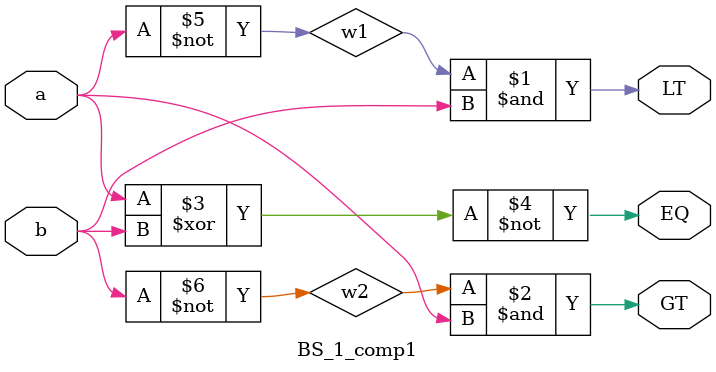
<source format=v>
`timescale 1ns / 1ps

module BS_1_comp1(output LT, EQ, GT, input a,b);

wire w1, w2;

not X1(w1, a);
not X2 (w2, b);
and X3 (LT,w1, b);
and X4 (GT,w2, a);
xnor X5 (EQ, a, b);
    
endmodule


</source>
